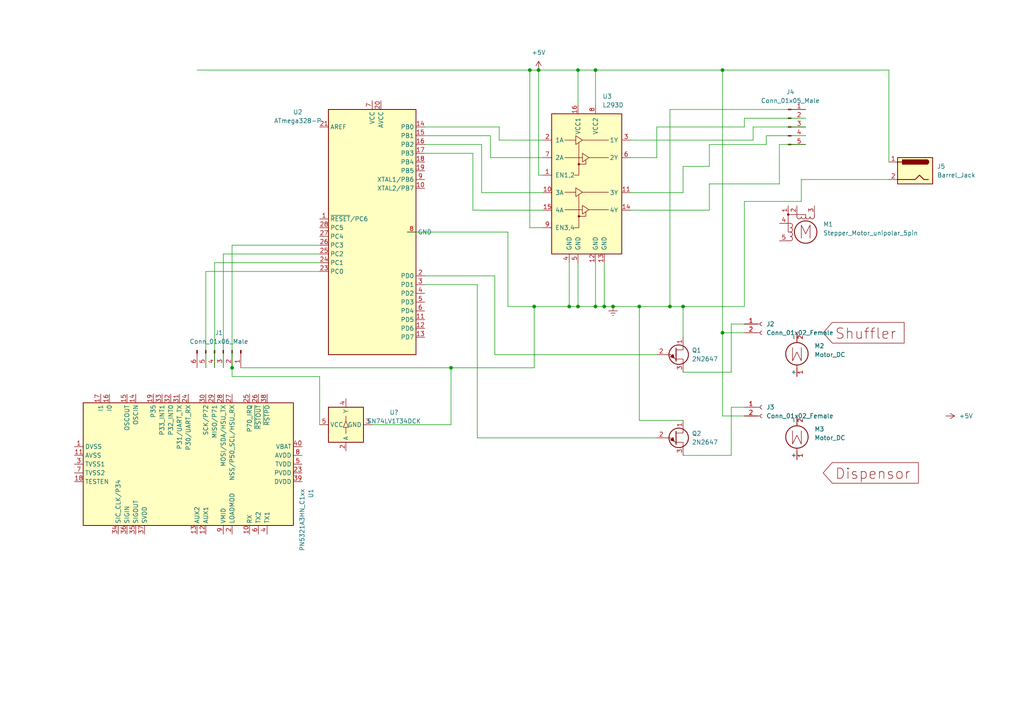
<source format=kicad_sch>
(kicad_sch (version 20211123) (generator eeschema)
  (paper "A4")
  (lib_symbols
    (symbol "Connector:Barrel_Jack" (pin_names (offset 1.016))
      (property "Reference" "J" (at 0 5.334 0))
      (property "Value" "Barrel_Jack" (at 0 -5.08 0))
      (symbol "Barrel_Jack_0_1"
        (rectangle (start -5.08 3.81) (end 5.08 -3.81) (stroke (width 0.254)) (fill (type background)))
        (arc (start -3.302 3.175) (mid -3.937 2.54) (end -3.302 1.905) (stroke (width 0.254)))
        (arc (start -3.302 3.175) (mid -3.937 2.54) (end -3.302 1.905) (stroke (width 0.254)) (fill (type outline)))
        (polyline (pts (xy 5.08 2.54) (xy 3.81 2.54)) (stroke (width 0.254)))
        (polyline (pts (xy -3.81 -2.54) (xy -2.54 -2.54) (xy -1.27 -1.27) (xy 0 -2.54) (xy 2.54 -2.54) (xy 5.08 -2.54)) (stroke (width 0.254)))
        (rectangle (start 3.683 3.175) (end -3.302 1.905) (stroke (width 0.254)) (fill (type outline)))
      )
      (symbol "Barrel_Jack_1_1"
        (pin passive line (at 7.62 2.54 180) (length 2.54) (name "~") (number "1"))
        (pin passive line (at 7.62 -2.54 180) (length 2.54) (name "~") (number "2"))
      )
    )
    (symbol "Connector:Conn_01x02_Female" (pin_names (offset 1.016) hide)
      (property "Reference" "J" (at 0 2.54 0))
      (property "Value" "Conn_01x02_Female" (at 0 -5.08 0))
      (symbol "Conn_01x02_Female_1_1"
        (arc (start 0 -2.032) (mid -0.508 -2.54) (end 0 -3.048) (stroke (width 0.1524)))
        (polyline (pts (xy -1.27 -2.54) (xy -0.508 -2.54)) (stroke (width 0.1524)))
        (polyline (pts (xy -1.27 0) (xy -0.508 0)) (stroke (width 0.1524)))
        (arc (start 0 0.508) (mid -0.508 0) (end 0 -0.508) (stroke (width 0.1524)))
        (pin passive line (at -5.08 0 0) (length 3.81) (name "Pin_1") (number "1"))
        (pin passive line (at -5.08 -2.54 0) (length 3.81) (name "Pin_2") (number "2"))
      )
    )
    (symbol "Connector:Conn_01x05_Male" (pin_names (offset 1.016) hide)
      (property "Reference" "J" (at 0 7.62 0))
      (property "Value" "Conn_01x05_Male" (at 0 -7.62 0))
      (symbol "Conn_01x05_Male_1_1"
        (polyline (pts (xy 1.27 -5.08) (xy 0.8636 -5.08)) (stroke (width 0.1524)))
        (polyline (pts (xy 1.27 -2.54) (xy 0.8636 -2.54)) (stroke (width 0.1524)))
        (polyline (pts (xy 1.27 0) (xy 0.8636 0)) (stroke (width 0.1524)))
        (polyline (pts (xy 1.27 2.54) (xy 0.8636 2.54)) (stroke (width 0.1524)))
        (polyline (pts (xy 1.27 5.08) (xy 0.8636 5.08)) (stroke (width 0.1524)))
        (rectangle (start 0.8636 -4.953) (end 0 -5.207) (stroke (width 0.1524)) (fill (type outline)))
        (rectangle (start 0.8636 -2.413) (end 0 -2.667) (stroke (width 0.1524)) (fill (type outline)))
        (rectangle (start 0.8636 0.127) (end 0 -0.127) (stroke (width 0.1524)) (fill (type outline)))
        (rectangle (start 0.8636 2.667) (end 0 2.413) (stroke (width 0.1524)) (fill (type outline)))
        (rectangle (start 0.8636 5.207) (end 0 4.953) (stroke (width 0.1524)) (fill (type outline)))
        (pin passive line (at 5.08 5.08 180) (length 3.81) (name "Pin_1") (number "1"))
        (pin passive line (at 5.08 2.54 180) (length 3.81) (name "Pin_2") (number "2"))
        (pin passive line (at 5.08 0 180) (length 3.81) (name "Pin_3") (number "3"))
        (pin passive line (at 5.08 -2.54 180) (length 3.81) (name "Pin_4") (number "4"))
        (pin passive line (at 5.08 -5.08 180) (length 3.81) (name "Pin_5") (number "5"))
      )
    )
    (symbol "Connector:Conn_01x06_Male" (pin_names (offset 1.016) hide)
      (property "Reference" "J" (at 0 7.62 0))
      (property "Value" "Conn_01x06_Male" (at 0 -10.16 0))
      (symbol "Conn_01x06_Male_1_1"
        (polyline (pts (xy 1.27 -7.62) (xy 0.8636 -7.62)) (stroke (width 0.1524)))
        (polyline (pts (xy 1.27 -5.08) (xy 0.8636 -5.08)) (stroke (width 0.1524)))
        (polyline (pts (xy 1.27 -2.54) (xy 0.8636 -2.54)) (stroke (width 0.1524)))
        (polyline (pts (xy 1.27 0) (xy 0.8636 0)) (stroke (width 0.1524)))
        (polyline (pts (xy 1.27 2.54) (xy 0.8636 2.54)) (stroke (width 0.1524)))
        (polyline (pts (xy 1.27 5.08) (xy 0.8636 5.08)) (stroke (width 0.1524)))
        (rectangle (start 0.8636 -7.493) (end 0 -7.747) (stroke (width 0.1524)) (fill (type outline)))
        (rectangle (start 0.8636 -4.953) (end 0 -5.207) (stroke (width 0.1524)) (fill (type outline)))
        (rectangle (start 0.8636 -2.413) (end 0 -2.667) (stroke (width 0.1524)) (fill (type outline)))
        (rectangle (start 0.8636 0.127) (end 0 -0.127) (stroke (width 0.1524)) (fill (type outline)))
        (rectangle (start 0.8636 2.667) (end 0 2.413) (stroke (width 0.1524)) (fill (type outline)))
        (rectangle (start 0.8636 5.207) (end 0 4.953) (stroke (width 0.1524)) (fill (type outline)))
        (pin passive line (at 5.08 5.08 180) (length 3.81) (name "Pin_1") (number "1"))
        (pin passive line (at 5.08 2.54 180) (length 3.81) (name "Pin_2") (number "2"))
        (pin passive line (at 5.08 0 180) (length 3.81) (name "Pin_3") (number "3"))
        (pin passive line (at 5.08 -2.54 180) (length 3.81) (name "Pin_4") (number "4"))
        (pin passive line (at 5.08 -5.08 180) (length 3.81) (name "Pin_5") (number "5"))
        (pin passive line (at 5.08 -7.62 180) (length 3.81) (name "Pin_6") (number "6"))
      )
    )
    (symbol "Driver_Motor:L293D" (pin_names (offset 1.016))
      (property "Reference" "U" (at -5.08 26.035 0))
      (property "Value" "L293D" (at -5.08 24.13 0))
      (symbol "L293D_0_1"
        (rectangle (start -10.16 22.86) (end 10.16 -17.78) (stroke (width 0.254)) (fill (type background)))
        (circle (center -2.286 -6.858) (radius 0.254) (fill (type outline)))
        (circle (center -2.286 8.255) (radius 0.254) (fill (type outline)))
        (polyline (pts (xy -6.35 -4.953) (xy -1.27 -4.953)))
        (polyline (pts (xy -6.35 0.127) (xy -3.175 0.127)))
        (polyline (pts (xy -6.35 10.16) (xy -1.27 10.16)))
        (polyline (pts (xy -6.35 15.24) (xy -3.175 15.24)))
        (polyline (pts (xy -1.27 0.127) (xy 6.35 0.127)))
        (polyline (pts (xy -1.27 15.24) (xy 6.35 15.24)))
        (polyline (pts (xy 0.635 -4.953) (xy 6.35 -4.953)))
        (polyline (pts (xy 0.635 10.16) (xy 6.35 10.16)))
        (polyline (pts (xy -2.286 -6.858) (xy -0.254 -6.858) (xy -0.254 -5.588)))
        (polyline (pts (xy -2.286 -0.635) (xy -2.286 -10.16) (xy -3.556 -10.16)))
        (polyline (pts (xy -2.286 8.255) (xy -0.254 8.255) (xy -0.254 9.525)))
        (polyline (pts (xy -2.286 14.478) (xy -2.286 5.08) (xy -3.556 5.08)))
        (polyline (pts (xy -3.175 1.397) (xy -3.175 -1.143) (xy -1.27 0.127) (xy -3.175 1.397)))
        (polyline (pts (xy -3.175 16.51) (xy -3.175 13.97) (xy -1.27 15.24) (xy -3.175 16.51)))
        (polyline (pts (xy -1.27 -3.683) (xy -1.27 -6.223) (xy 0.635 -4.953) (xy -1.27 -3.683)))
        (polyline (pts (xy -1.27 11.43) (xy -1.27 8.89) (xy 0.635 10.16) (xy -1.27 11.43)))
      )
      (symbol "L293D_1_1"
        (pin input line (at -12.7 5.08 0) (length 2.54) (name "EN1,2") (number "1"))
        (pin input line (at -12.7 0 0) (length 2.54) (name "3A") (number "10"))
        (pin output line (at 12.7 0 180) (length 2.54) (name "3Y") (number "11"))
        (pin power_in line (at 2.54 -20.32 90) (length 2.54) (name "GND") (number "12"))
        (pin power_in line (at 5.08 -20.32 90) (length 2.54) (name "GND") (number "13"))
        (pin output line (at 12.7 -5.08 180) (length 2.54) (name "4Y") (number "14"))
        (pin input line (at -12.7 -5.08 0) (length 2.54) (name "4A") (number "15"))
        (pin power_in line (at -2.54 25.4 270) (length 2.54) (name "VCC1") (number "16"))
        (pin input line (at -12.7 15.24 0) (length 2.54) (name "1A") (number "2"))
        (pin output line (at 12.7 15.24 180) (length 2.54) (name "1Y") (number "3"))
        (pin power_in line (at -5.08 -20.32 90) (length 2.54) (name "GND") (number "4"))
        (pin power_in line (at -2.54 -20.32 90) (length 2.54) (name "GND") (number "5"))
        (pin output line (at 12.7 10.16 180) (length 2.54) (name "2Y") (number "6"))
        (pin input line (at -12.7 10.16 0) (length 2.54) (name "2A") (number "7"))
        (pin power_in line (at 2.54 25.4 270) (length 2.54) (name "VCC2") (number "8"))
        (pin input line (at -12.7 -10.16 0) (length 2.54) (name "EN3,4") (number "9"))
      )
    )
    (symbol "Logic_LevelTranslator:SN74LV1T34DCK"
      (property "Reference" "U" (at 5.08 6.35 0))
      (property "Value" "SN74LV1T34DCK" (at 5.08 3.81 0))
      (symbol "SN74LV1T34DCK_0_1"
        (rectangle (start -5.08 5.08) (end 5.08 -5.08) (stroke (width 0.254)) (fill (type background)))
        (polyline (pts (xy -0.762 0) (xy -2.54 0)))
        (polyline (pts (xy 1.016 0) (xy 2.54 0)))
      )
      (symbol "SN74LV1T34DCK_1_1"
        (polyline (pts (xy -0.762 -0.762) (xy -0.762 0.762) (xy 1.016 0) (xy -0.762 -0.762)))
        (pin no_connect line (at -5.08 2.54 0) (length 2.54) hide (name "NC") (number "1"))
        (pin input line (at -7.62 0 0) (length 2.54) (name "A") (number "2"))
        (pin power_in line (at 0 -7.62 90) (length 2.54) (name "GND") (number "3"))
        (pin output line (at 7.62 0 180) (length 2.54) (name "Y") (number "4"))
        (pin power_in line (at 0 7.62 270) (length 2.54) (name "VCC") (number "5"))
      )
    )
    (symbol "MCU_Microchip_ATmega:ATmega328-P"
      (property "Reference" "U?" (at -21.59 34.8107 0))
      (property "Value" "ATmega328-P" (at -21.59 32.2707 0))
      (symbol "ATmega328-P_0_1"
        (rectangle (start -12.7 -35.56) (end 12.7 35.56) (stroke (width 0.254)) (fill (type background)))
      )
      (symbol "ATmega328-P_1_1"
        (pin bidirectional line (at -15.24 3.81 0) (length 2.54) (name "~{RESET}/PC6") (number "1"))
        (pin bidirectional line (at 15.24 12.7 180) (length 2.54) (name "XTAL2/PB7") (number "10"))
        (pin bidirectional line (at 15.24 -25.4 180) (length 2.54) (name "PD5") (number "11"))
        (pin bidirectional line (at 15.24 -27.94 180) (length 2.54) (name "PD6") (number "12"))
        (pin bidirectional line (at 15.24 -30.48 180) (length 2.54) (name "PD7") (number "13"))
        (pin bidirectional line (at 15.24 30.48 180) (length 2.54) (name "PB0") (number "14"))
        (pin bidirectional line (at 15.24 27.94 180) (length 2.54) (name "PB1") (number "15"))
        (pin bidirectional line (at 15.24 25.4 180) (length 2.54) (name "PB2") (number "16"))
        (pin bidirectional line (at 15.24 22.86 180) (length 2.54) (name "PB3") (number "17"))
        (pin bidirectional line (at 15.24 20.32 180) (length 2.54) (name "PB4") (number "18"))
        (pin bidirectional line (at 15.24 17.78 180) (length 2.54) (name "PB5") (number "19"))
        (pin bidirectional line (at 15.24 -12.7 180) (length 2.54) (name "PD0") (number "2"))
        (pin power_in line (at 2.54 38.1 270) (length 2.54) (name "AVCC") (number "20"))
        (pin passive line (at -15.24 30.48 0) (length 2.54) (name "AREF") (number "21"))
        (pin passive line (at 12.7 2.54 180) (length 2.54) hide (name "GND") (number "22"))
        (pin bidirectional line (at -15.24 -11.43 0) (length 2.54) (name "PC0") (number "23"))
        (pin bidirectional line (at -15.24 -8.89 0) (length 2.54) (name "PC1") (number "24"))
        (pin bidirectional line (at -15.24 -6.35 0) (length 2.54) (name "PC2") (number "25"))
        (pin bidirectional line (at -15.24 -3.81 0) (length 2.54) (name "PC3") (number "26"))
        (pin bidirectional line (at -15.24 -1.27 0) (length 2.54) (name "PC4") (number "27"))
        (pin bidirectional line (at -15.24 1.27 0) (length 2.54) (name "PC5") (number "28"))
        (pin bidirectional line (at 15.24 -15.24 180) (length 2.54) (name "PD1") (number "3"))
        (pin bidirectional line (at 15.24 -17.78 180) (length 2.54) (name "PD2") (number "4"))
        (pin bidirectional line (at 15.24 -20.32 180) (length 2.54) (name "PD3") (number "5"))
        (pin bidirectional line (at 15.24 -22.86 180) (length 2.54) (name "PD4") (number "6"))
        (pin power_in line (at 0 38.1 270) (length 2.54) (name "VCC") (number "7"))
        (pin power_in line (at 10.16 0 0) (length 2.54) (name "GND") (number "8"))
        (pin bidirectional line (at 15.24 15.24 180) (length 2.54) (name "XTAL1/PB6") (number "9"))
      )
    )
    (symbol "Motor:Motor_DC" (pin_names (offset 0))
      (property "Reference" "M" (at 2.54 2.54 0))
      (property "Value" "Motor_DC" (at 2.54 -5.08 0))
      (symbol "Motor_DC_0_0"
        (polyline (pts (xy -1.27 -3.302) (xy -1.27 0.508) (xy 0 -2.032) (xy 1.27 0.508) (xy 1.27 -3.302)))
      )
      (symbol "Motor_DC_0_1"
        (circle (center 0 -1.524) (radius 3.2512) (stroke (width 0.254)))
        (polyline (pts (xy 0 -7.62) (xy 0 -7.112)))
        (polyline (pts (xy 0 -4.7752) (xy 0 -5.1816)))
        (polyline (pts (xy 0 1.7272) (xy 0 2.0828)))
        (polyline (pts (xy 0 2.032) (xy 0 2.54)))
      )
      (symbol "Motor_DC_1_1"
        (pin passive line (at 0 5.08 270) (length 2.54) (name "+") (number "1"))
        (pin passive line (at 0 -7.62 90) (length 2.54) (name "-") (number "2"))
      )
    )
    (symbol "Motor:Stepper_Motor_unipolar_5pin" (pin_names (offset 0) hide)
      (property "Reference" "M" (at 3.81 2.54 0))
      (property "Value" "Stepper_Motor_unipolar_5pin" (at 3.81 1.27 0))
      (symbol "Stepper_Motor_unipolar_5pin_0_0"
        (polyline (pts (xy -1.27 -1.778) (xy -1.27 2.032) (xy 0 -0.508) (xy 1.27 2.032) (xy 1.27 -1.778)))
      )
      (symbol "Stepper_Motor_unipolar_5pin_0_1"
        (circle (center -5.08 5.08) (radius 0.0001) (fill (type outline)))
        (circle (center -5.08 5.08) (radius 0.254) (fill (type outline)))
        (arc (start -4.445 -2.54) (mid -3.81 -1.905) (end -4.445 -1.27))
        (arc (start -4.445 -1.27) (mid -3.81 -0.635) (end -4.445 0))
        (arc (start -4.445 0) (mid -3.81 0.635) (end -4.445 1.27))
        (arc (start -4.445 1.27) (mid -3.81 1.905) (end -4.445 2.54))
        (arc (start -2.54 4.445) (mid -1.905 3.81) (end -1.27 4.445))
        (arc (start -1.27 4.445) (mid -0.635 3.81) (end 0 4.445))
        (polyline (pts (xy -5.08 -2.54) (xy -4.445 -2.54)))
        (polyline (pts (xy -5.08 2.54) (xy -4.445 2.54)))
        (polyline (pts (xy -2.54 4.445) (xy -2.54 5.08)))
        (polyline (pts (xy 2.54 4.445) (xy 2.54 5.08)))
        (polyline (pts (xy -5.08 5.08) (xy -5.08 0) (xy -4.445 0)))
        (polyline (pts (xy 0 4.445) (xy 0 5.08) (xy -5.08 5.08)))
        (circle (center 0 0) (radius 3.2512) (stroke (width 0.254)))
        (arc (start 0 4.445) (mid 0.635 3.81) (end 1.27 4.445))
        (arc (start 1.27 4.445) (mid 1.905 3.81) (end 2.54 4.445))
      )
      (symbol "Stepper_Motor_unipolar_5pin_1_1"
        (pin passive line (at -5.08 7.62 270) (length 2.54) (name "~") (number "1"))
        (pin passive line (at -2.54 7.62 270) (length 2.54) (name "~") (number "2"))
        (pin passive line (at 2.54 7.62 270) (length 2.54) (name "-") (number "3"))
        (pin passive line (at -7.62 2.54 0) (length 2.54) (name "~") (number "4"))
        (pin passive line (at -7.62 -2.54 0) (length 2.54) (name "~") (number "5"))
      )
    )
    (symbol "RF_NFC:PN5321A3HN_C1xx"
      (property "Reference" "U" (at -15.24 31.75 0))
      (property "Value" "PN5321A3HN_C1xx" (at 15.24 31.75 0))
      (symbol "PN5321A3HN_C1xx_0_1"
        (rectangle (start -17.78 30.48) (end 17.78 -30.48) (stroke (width 0.254)) (fill (type background)))
      )
      (symbol "PN5321A3HN_C1xx_1_1"
        (pin power_in line (at -5.08 -33.02 90) (length 2.54) (name "DVSS") (number "1"))
        (pin input line (at 20.32 17.78 180) (length 2.54) (name "RX") (number "10"))
        (pin power_in line (at -2.54 -33.02 90) (length 2.54) (name "AVSS") (number "11"))
        (pin output line (at 20.32 5.08 180) (length 2.54) (name "AUX1") (number "12"))
        (pin output line (at 20.32 2.54 180) (length 2.54) (name "AUX2") (number "13"))
        (pin input line (at -20.32 -15.24 0) (length 2.54) (name "OSCIN") (number "14"))
        (pin output line (at -20.32 -17.78 0) (length 2.54) (name "OSCOUT") (number "15"))
        (pin passive line (at -20.32 -22.86 0) (length 2.54) (name "I0") (number "16"))
        (pin passive line (at -20.32 -25.4 0) (length 2.54) (name "I1") (number "17"))
        (pin passive line (at 5.08 -33.02 90) (length 2.54) (name "TESTEN") (number "18"))
        (pin bidirectional line (at -20.32 -10.16 0) (length 2.54) (name "P35") (number "19"))
        (pin output line (at 20.32 12.7 180) (length 2.54) (name "LOADMOD") (number "2"))
        (pin no_connect line (at 17.78 -2.54 180) (length 2.54) hide (name "N.C.") (number "20"))
        (pin no_connect line (at 17.78 -5.08 180) (length 2.54) hide (name "N.C.") (number "21"))
        (pin no_connect line (at 17.78 -7.62 180) (length 2.54) hide (name "N.C.") (number "22"))
        (pin power_in line (at 2.54 33.02 270) (length 2.54) (name "PVDD") (number "23"))
        (pin bidirectional line (at -20.32 0 0) (length 2.54) (name "P30/UART_RX") (number "24"))
        (pin bidirectional line (at -20.32 17.78 0) (length 2.54) (name "P70_IRQ") (number "25"))
        (pin output line (at -20.32 20.32 0) (length 2.54) (name "~{RSTOUT}") (number "26"))
        (pin bidirectional line (at -20.32 12.7 0) (length 2.54) (name "NSS/P50_SCL/HSU_RX") (number "27"))
        (pin bidirectional line (at -20.32 10.16 0) (length 2.54) (name "MOSI/SDA/HSU_TX") (number "28"))
        (pin bidirectional line (at -20.32 7.62 0) (length 2.54) (name "MISO/P71") (number "29"))
        (pin power_in line (at 0 -33.02 90) (length 2.54) (name "TVSS1") (number "3"))
        (pin bidirectional line (at -20.32 5.08 0) (length 2.54) (name "SCK/P72") (number "30"))
        (pin bidirectional line (at -20.32 -2.54 0) (length 2.54) (name "P31/UART_TX") (number "31"))
        (pin bidirectional line (at -20.32 -5.08 0) (length 2.54) (name "P32_INT0") (number "32"))
        (pin bidirectional line (at -20.32 -7.62 0) (length 2.54) (name "P33_INT1") (number "33"))
        (pin bidirectional line (at 20.32 -20.32 180) (length 2.54) (name "SIC_CLK/P34") (number "34"))
        (pin output line (at 20.32 -15.24 180) (length 2.54) (name "SIGOUT") (number "35"))
        (pin input line (at 20.32 -17.78 180) (length 2.54) (name "SIGIN") (number "36"))
        (pin output line (at 20.32 -12.7 180) (length 2.54) (name "SVDD") (number "37"))
        (pin input line (at -20.32 22.86 0) (length 2.54) (name "~{RSTPD}") (number "38"))
        (pin power_out line (at 5.08 33.02 270) (length 2.54) (name "DVDD") (number "39"))
        (pin output line (at 20.32 22.86 180) (length 2.54) (name "TX1") (number "4"))
        (pin power_in line (at -5.08 33.02 270) (length 2.54) (name "VBAT") (number "40"))
        (pin passive line (at -2.54 -33.02 90) (length 2.54) hide (name "AVSS") (number "41"))
        (pin power_in line (at 0 33.02 270) (length 2.54) (name "TVDD") (number "5"))
        (pin output line (at 20.32 20.32 180) (length 2.54) (name "TX2") (number "6"))
        (pin power_in line (at 2.54 -33.02 90) (length 2.54) (name "TVSS2") (number "7"))
        (pin power_in line (at -2.54 33.02 270) (length 2.54) (name "AVDD") (number "8"))
        (pin output line (at 20.32 10.16 180) (length 2.54) (name "VMID") (number "9"))
      )
    )
    (symbol "Transistor_BJT:2N2647" (pin_names (offset 0) hide)
      (property "Reference" "Q" (at 5.08 1.905 0))
      (property "Value" "2N2647" (at 5.08 0 0))
      (symbol "2N2647_0_1"
        (polyline (pts (xy -2.54 0) (xy -1.016 0) (xy 0.508 -1.524)))
        (polyline (pts (xy 0.508 1.905) (xy 0.508 -1.905) (xy 0.508 -1.905)) (stroke (width 0.254)))
        (polyline (pts (xy 2.54 -2.54) (xy 2.54 -1.27) (xy 0.508 -1.27)))
        (polyline (pts (xy 2.54 2.54) (xy 2.54 1.397) (xy 0.508 1.397)))
        (polyline (pts (xy 0 -1.016) (xy -0.381 0.127) (xy -1.143 -0.635) (xy 0 -1.016)) (fill (type outline)))
        (circle (center 1.27 0) (radius 2.8194) (stroke (width 0.254)))
      )
      (symbol "2N2647_1_1"
        (pin passive line (at 2.54 5.08 270) (length 2.54) (name "B2") (number "1"))
        (pin input line (at -5.08 0 0) (length 2.54) (name "E") (number "2"))
        (pin passive line (at 2.54 -5.08 90) (length 2.54) (name "B1") (number "3"))
      )
    )
    (symbol "power:+5V" (power) (pin_names (offset 0))
      (property "Value" "+5V" (at 0 3.556 0))
      (symbol "+5V_0_1"
        (polyline (pts (xy -0.762 1.27) (xy 0 2.54)))
        (polyline (pts (xy 0 0) (xy 0 2.54)))
        (polyline (pts (xy 0 2.54) (xy 0.762 1.27)))
      )
      (symbol "+5V_1_1"
        (pin power_in line (at 0 0 90) (length 0) hide (name "+5V") (number "1"))
      )
    )
    (symbol "power:Earth" (power) (pin_names (offset 0))
      (symbol "Earth_0_1"
        (polyline (pts (xy -0.635 -1.905) (xy 0.635 -1.905)))
        (polyline (pts (xy -0.127 -2.54) (xy 0.127 -2.54)))
        (polyline (pts (xy 0 -1.27) (xy 0 0)))
        (polyline (pts (xy 1.27 -1.27) (xy -1.27 -1.27)))
      )
      (symbol "Earth_1_1"
        (pin power_in line (at 0 0 270) (length 0) hide (name "Earth") (number "1"))
      )
    )
  )
  (junction (at 198.12 88.9))
  (junction (at 209.55 20.32))
  (junction (at 185.42 88.9))
  (junction (at 67.31 106.68))
  (junction (at 172.72 20.32))
  (junction (at 175.26 88.9))
  (junction (at 154.94 88.9))
  (junction (at 167.64 88.9))
  (junction (at 130.81 106.68))
  (junction (at 209.55 96.52))
  (junction (at 153.67 20.32))
  (junction (at 194.31 88.9))
  (junction (at 177.8 88.9))
  (junction (at 172.72 88.9))
  (junction (at 167.64 20.32))
  (junction (at 156.21 20.32))
  (junction (at 165.1 88.9))
  (wire (pts (xy 144.78 40.64) (xy 157.48 40.64)))
  (wire (pts (xy 212.09 107.95) (xy 198.12 107.95)))
  (wire (pts (xy 175.26 76.2) (xy 175.26 88.9)))
  (wire (pts (xy 144.78 36.83) (xy 144.78 40.64)))
  (wire (pts (xy 209.55 20.32) (xy 209.55 96.52)))
  (wire (pts (xy 123.19 39.37) (xy 142.24 39.37)))
  (wire (pts (xy 215.9 58.42) (xy 215.9 88.9)))
  (wire (pts (xy 257.81 20.32) (xy 257.81 46.99)))
  (wire (pts (xy 205.74 53.34) (xy 226.06 53.34)))
  (wire (pts (xy 190.5 45.72) (xy 190.5 36.83)))
  (wire (pts (xy 226.06 41.91) (xy 233.68 41.91)))
  (wire (pts (xy 123.19 36.83) (xy 144.78 36.83)))
  (wire (pts (xy 212.09 118.11) (xy 212.09 132.08)))
  (wire (pts (xy 123.19 41.91) (xy 139.7 41.91)))
  (wire (pts (xy 209.55 20.32) (xy 172.72 20.32)))
  (wire (pts (xy 143.51 80.01) (xy 143.51 102.87)))
  (wire (pts (xy 172.72 30.48) (xy 172.72 20.32)))
  (wire (pts (xy 182.88 60.96) (xy 205.74 60.96)))
  (wire (pts (xy 147.32 88.9) (xy 154.94 88.9)))
  (wire (pts (xy 147.32 67.31) (xy 147.32 88.9)))
  (wire (pts (xy 64.77 73.66) (xy 64.77 106.68)))
  (wire (pts (xy 67.31 71.12) (xy 67.31 106.68)))
  (wire (pts (xy 64.77 73.66) (xy 92.71 73.66)))
  (wire (pts (xy 69.85 106.68) (xy 130.81 106.68)))
  (wire (pts (xy 172.72 20.32) (xy 167.64 20.32)))
  (wire (pts (xy 138.43 127) (xy 190.5 127)))
  (wire (pts (xy 153.67 66.04) (xy 153.67 20.32)))
  (wire (pts (xy 198.12 121.92) (xy 185.42 121.92)))
  (wire (pts (xy 194.31 31.75) (xy 194.31 88.9)))
  (wire (pts (xy 205.74 48.26) (xy 205.74 41.91)))
  (wire (pts (xy 142.24 45.72) (xy 157.48 45.72)))
  (wire (pts (xy 157.48 50.8) (xy 156.21 50.8)))
  (wire (pts (xy 167.64 88.9) (xy 172.72 88.9)))
  (wire (pts (xy 142.24 39.37) (xy 142.24 45.72)))
  (wire (pts (xy 143.51 102.87) (xy 190.5 102.87)))
  (wire (pts (xy 205.74 41.91) (xy 222.25 41.91)))
  (wire (pts (xy 62.23 76.2) (xy 62.23 106.68)))
  (wire (pts (xy 139.7 55.88) (xy 157.48 55.88)))
  (wire (pts (xy 167.64 30.48) (xy 167.64 20.32)))
  (wire (pts (xy 92.71 109.22) (xy 92.71 123.19)))
  (wire (pts (xy 92.71 109.22) (xy 67.31 109.22)))
  (wire (pts (xy 226.06 53.34) (xy 226.06 41.91)))
  (wire (pts (xy 67.31 71.12) (xy 92.71 71.12)))
  (wire (pts (xy 153.67 20.32) (xy 156.21 20.32)))
  (wire (pts (xy 222.25 39.37) (xy 233.68 39.37)))
  (wire (pts (xy 185.42 121.92) (xy 185.42 88.9)))
  (wire (pts (xy 194.31 88.9) (xy 198.12 88.9)))
  (wire (pts (xy 138.43 82.55) (xy 138.43 127)))
  (wire (pts (xy 107.95 123.19) (xy 130.81 123.19)))
  (wire (pts (xy 257.81 52.07) (xy 232.41 52.07)))
  (wire (pts (xy 177.8 88.9) (xy 185.42 88.9)))
  (wire (pts (xy 59.69 78.74) (xy 92.71 78.74)))
  (wire (pts (xy 172.72 76.2) (xy 172.72 88.9)))
  (wire (pts (xy 123.19 80.01) (xy 143.51 80.01)))
  (wire (pts (xy 212.09 118.11) (xy 215.9 118.11)))
  (wire (pts (xy 198.12 97.79) (xy 198.12 88.9)))
  (wire (pts (xy 130.81 123.19) (xy 130.81 106.68)))
  (wire (pts (xy 123.19 44.45) (xy 137.16 44.45)))
  (wire (pts (xy 165.1 76.2) (xy 165.1 88.9)))
  (wire (pts (xy 139.7 41.91) (xy 139.7 55.88)))
  (wire (pts (xy 222.25 41.91) (xy 222.25 39.37)))
  (wire (pts (xy 167.64 20.32) (xy 156.21 20.32)))
  (wire (pts (xy 167.64 76.2) (xy 167.64 88.9)))
  (wire (pts (xy 215.9 34.29) (xy 233.68 34.29)))
  (wire (pts (xy 156.21 50.8) (xy 156.21 20.32)))
  (wire (pts (xy 209.55 20.32) (xy 257.81 20.32)))
  (wire (pts (xy 123.19 82.55) (xy 138.43 82.55)))
  (wire (pts (xy 182.88 45.72) (xy 190.5 45.72)))
  (wire (pts (xy 212.09 132.08) (xy 198.12 132.08)))
  (wire (pts (xy 154.94 106.68) (xy 154.94 88.9)))
  (wire (pts (xy 190.5 36.83) (xy 215.9 36.83)))
  (wire (pts (xy 198.12 88.9) (xy 215.9 88.9)))
  (wire (pts (xy 215.9 34.29) (xy 215.9 36.83)))
  (wire (pts (xy 215.9 120.65) (xy 209.55 120.65)))
  (wire (pts (xy 218.44 40.64) (xy 218.44 36.83)))
  (wire (pts (xy 182.88 55.88) (xy 198.12 55.88)))
  (wire (pts (xy 175.26 88.9) (xy 177.8 88.9)))
  (wire (pts (xy 182.88 40.64) (xy 218.44 40.64)))
  (wire (pts (xy 209.55 96.52) (xy 215.9 96.52)))
  (wire (pts (xy 212.09 93.98) (xy 212.09 107.95)))
  (wire (pts (xy 62.23 76.2) (xy 92.71 76.2)))
  (wire (pts (xy 172.72 88.9) (xy 175.26 88.9)))
  (wire (pts (xy 157.48 66.04) (xy 153.67 66.04)))
  (wire (pts (xy 59.69 78.74) (xy 59.69 106.68)))
  (wire (pts (xy 57.15 20.32) (xy 153.67 20.32)))
  (wire (pts (xy 154.94 88.9) (xy 165.1 88.9)))
  (wire (pts (xy 137.16 44.45) (xy 137.16 60.96)))
  (wire (pts (xy 209.55 120.65) (xy 209.55 96.52)))
  (wire (pts (xy 232.41 52.07) (xy 232.41 58.42)))
  (wire (pts (xy 118.11 67.31) (xy 147.32 67.31)))
  (wire (pts (xy 212.09 93.98) (xy 215.9 93.98)))
  (wire (pts (xy 198.12 48.26) (xy 205.74 48.26)))
  (wire (pts (xy 218.44 36.83) (xy 233.68 36.83)))
  (wire (pts (xy 198.12 55.88) (xy 198.12 48.26)))
  (wire (pts (xy 185.42 88.9) (xy 194.31 88.9)))
  (wire (pts (xy 205.74 53.34) (xy 205.74 60.96)))
  (wire (pts (xy 232.41 58.42) (xy 215.9 58.42)))
  (wire (pts (xy 67.31 109.22) (xy 67.31 106.68)))
  (wire (pts (xy 194.31 31.75) (xy 233.68 31.75)))
  (wire (pts (xy 165.1 88.9) (xy 167.64 88.9)))
  (wire (pts (xy 137.16 60.96) (xy 157.48 60.96)))
  (wire (pts (xy 130.81 106.68) (xy 154.94 106.68)))
  (global_label "Shuffler" (shape input) (at 238.76 96.52 0) (effects (font (size 3 3))) (property "Intersheet References" "${INTERSHEET_REFS}" (effects hide)))
  (global_label "Dispensor" (shape input) (at 238.76 137.16 0) (effects (font (size 3 3))) (property "Intersheet References" "${INTERSHEET_REFS}" (effects hide)))
  (symbol (lib_id "power:+5V") (at 156.21 20.32 0) (unit 1)
    (property "Reference" "#PWR0103" (effects hide))
    (property "Value" "+5V" (at 156.21 15.24 0))
  )
  (symbol (lib_id "Motor:Stepper_Motor_unipolar_5pin") (at 233.68 67.31 0) (unit 1)
    (property "Reference" "M1" (at 238.76 65.062 0) (effects (justify left)))
    (property "Value" "Stepper_Motor_unipolar_5pin" (at 238.76 67.602 0) (effects (justify left)))
    (property "Footprint" "Connector_PinHeader_1.00mm:PinHeader_1x02_P1.00mm_Horizontal" (effects hide))
    (property "Datasheet" "http://www.infineon.com/dgdl/Application-Note-TLE8110EE_driving_UniPolarStepperMotor_V1.1.pdf?fileId=db3a30431be39b97011be5d0aa0a00b0" (effects hide))
  )
  (symbol (lib_id "power:Earth") (at 177.8 88.9 0) (unit 1)
    (property "Reference" "#PWR0102" (effects hide))
    (property "Value" "Earth" (effects hide))
  )
  (symbol (lib_id "Logic_LevelTranslator:SN74LV1T34DCK") (at 100.33 123.19 90) (unit 1)
    (property "Reference" "U?" (at 114.3 119.6086 90))
    (property "Value" "SN74LV1T34DCK" (at 114.3 122.1486 90))
    (property "Footprint" "Package_TO_SOT_SMD:SOT-353_SC-70-5" (effects hide))
    (property "Datasheet" "https://www.ti.com/lit/ds/symlink/sn74lv1t34.pdf" (effects hide))
  )
  (symbol (lib_id "Motor:Motor_DC") (at 231.14 128.27 180) (unit 1)
    (property "Reference" "M3" (at 236.22 124.4599 0) (effects (justify right)))
    (property "Value" "Motor_DC" (at 236.22 126.9999 0) (effects (justify right)))
  )
  (symbol (lib_id "Connector:Barrel_Jack") (at 265.43 49.53 0) (mirror y) (unit 1)
    (property "Reference" "J5" (at 271.78 48.2599 0) (effects (justify right)))
    (property "Value" "Barrel_Jack" (at 271.78 50.7999 0) (effects (justify right)))
    (property "Footprint" "Connector_BarrelJack:BarrelJack_CLIFF_FC681465S_SMT_Horizontal" (effects hide))
  )
  (symbol (lib_id "Transistor_BJT:2N2647") (at 195.58 102.87 0) (unit 1)
    (property "Reference" "Q1" (at 200.66 101.5999 0) (effects (justify left)))
    (property "Value" "2N2647" (at 200.66 104.1399 0) (effects (justify left)))
    (property "Footprint" "Package_TO_SOT_THT:TO-18-3" (effects hide))
    (property "Datasheet" "http://www.bucek.name/pdf/2n2646,2647.pdf" (effects hide))
  )
  (symbol (lib_id "Transistor_BJT:2N2647") (at 195.58 127 0) (unit 1)
    (property "Reference" "Q2" (at 200.66 125.7299 0) (effects (justify left)))
    (property "Value" "2N2647" (at 200.66 128.2699 0) (effects (justify left)))
    (property "Footprint" "Package_TO_SOT_THT:TO-18-3" (effects hide))
    (property "Datasheet" "http://www.bucek.name/pdf/2n2646,2647.pdf" (effects hide))
  )
  (symbol (lib_id "Connector:Conn_01x02_Female") (at 220.98 93.98 0) (unit 1)
    (property "Reference" "J2" (at 222.25 93.9799 0) (effects (justify left)))
    (property "Value" "Conn_01x02_Female" (at 222.25 96.5199 0) (effects (justify left)))
    (property "Footprint" "Connector_PinHeader_1.00mm:PinHeader_1x02_P1.00mm_Horizontal" (effects hide))
  )
  (symbol (lib_id "MCU_Microchip_ATmega:ATmega328-P") (at 107.95 67.31 0) (unit 1)
    (property "Reference" "U2" (at 86.36 32.4993 0))
    (property "Value" "ATmega328-P" (at 86.36 35.0393 0))
    (property "Footprint" "Package_DIP:DIP-28_W7.62mm" (effects hide))
    (property "Datasheet" "http://ww1.microchip.com/downloads/en/DeviceDoc/ATmega328_P%20AVR%20MCU%20with%20picoPower%20Technology%20Data%20Sheet%2040001984A.pdf" (effects hide))
  )
  (symbol (lib_id "Driver_Motor:L293D") (at 170.18 55.88 0) (unit 1)
    (property "Reference" "U3" (at 174.7394 27.94 0) (effects (justify left)))
    (property "Value" "L293D" (at 174.7394 30.48 0) (effects (justify left)))
    (property "Footprint" "Package_DIP:DIP-16_W7.62mm" (effects hide))
    (property "Datasheet" "http://www.ti.com/lit/ds/symlink/l293.pdf" (effects hide))
  )
  (symbol (lib_id "Connector:Conn_01x06_Male") (at 64.77 101.6 270) (unit 1)
    (property "Reference" "J1" (at 63.5 96.52 90))
    (property "Value" "Conn_01x06_Male" (at 63.5 99.06 90))
    (property "Footprint" "Connector_PinHeader_1.00mm:PinHeader_1x06_P1.00mm_Horizontal" (effects hide))
  )
  (symbol (lib_id "Connector:Conn_01x02_Female") (at 220.98 118.11 0) (unit 1)
    (property "Reference" "J3" (at 222.25 118.1099 0) (effects (justify left)))
    (property "Value" "Conn_01x02_Female" (at 222.25 120.6499 0) (effects (justify left)))
    (property "Footprint" "Connector_PinHeader_1.00mm:PinHeader_1x02_P1.00mm_Horizontal" (effects hide))
  )
  (symbol (lib_id "Connector:Conn_01x05_Male") (at 228.6 36.83 0) (unit 1)
    (property "Reference" "J4" (at 229.235 26.67 0))
    (property "Value" "Conn_01x05_Male" (at 229.235 29.21 0))
    (property "Footprint" "Connector_PinHeader_1.00mm:PinHeader_1x05_P1.00mm_Horizontal" (effects hide))
  )
  (symbol (lib_id "power:+5V") (at 274.32 120.65 270) (unit 1)
    (property "Reference" "#PWR0101" (effects hide))
    (property "Value" "+5V" (at 278.13 120.6499 90) (effects (justify left)))
  )
  (symbol (lib_id "RF_NFC:PN5321A3HN_C1xx") (at 54.61 134.62 270) (unit 1)
    (property "Reference" "U1" (at 90.17 141.7194 0) (effects (justify left)))
    (property "Value" "PN5321A3HN_C1xx" (at 87.63 141.7194 0) (effects (justify left)))
    (property "Footprint" "Package_DFN_QFN:HVQFN-40-1EP_6x6mm_P0.5mm_EP4.1x4.1mm" (effects hide))
    (property "Datasheet" "https://www.nxp.com/docs/en/nxp/data-sheets/PN532_C1.pdf" (effects hide))
  )
  (symbol (lib_id "Motor:Motor_DC") (at 231.14 104.14 180) (unit 1)
    (property "Reference" "M2" (at 236.22 100.3299 0) (effects (justify right)))
    (property "Value" "Motor_DC" (at 236.22 102.8699 0) (effects (justify right)))
  )
)
</source>
